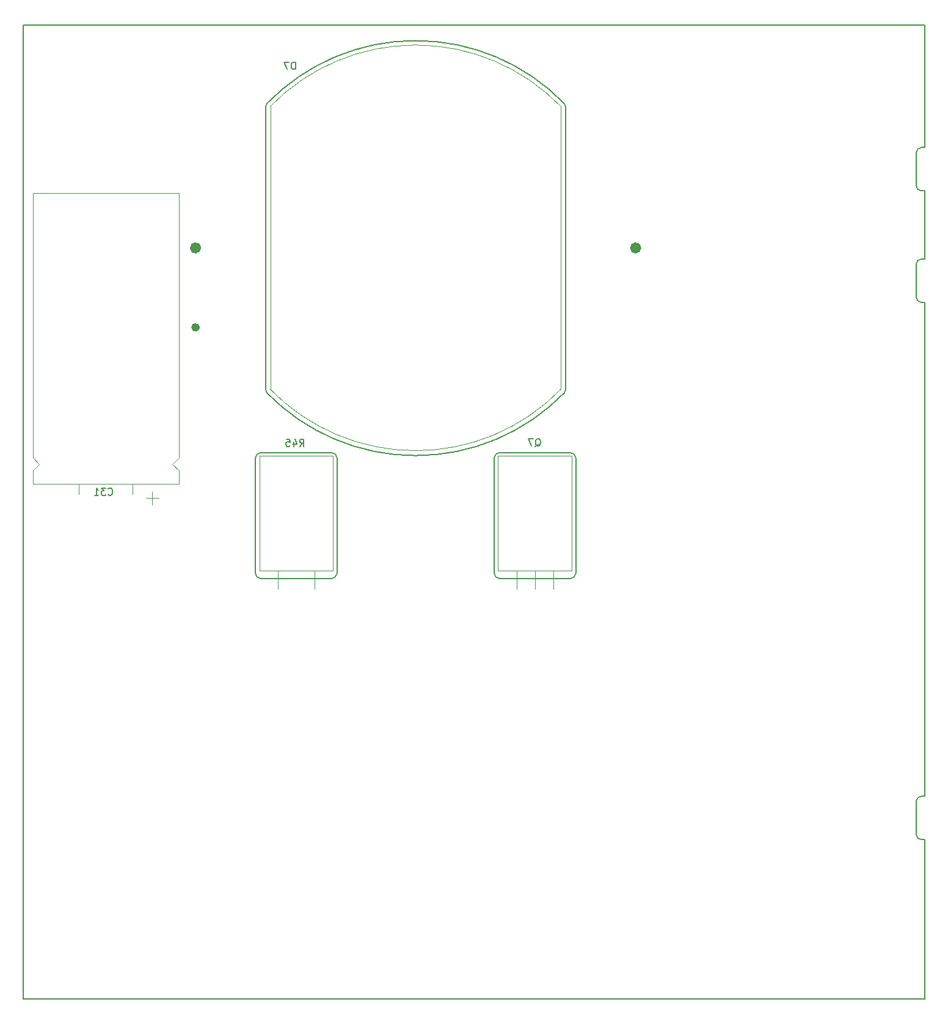
<source format=gbr>
%TF.GenerationSoftware,KiCad,Pcbnew,5.1.10-88a1d61d58~88~ubuntu20.04.1*%
%TF.CreationDate,2021-06-19T20:11:57-07:00*%
%TF.ProjectId,ultrablinky,756c7472-6162-46c6-996e-6b792e6b6963,B*%
%TF.SameCoordinates,Original*%
%TF.FileFunction,Legend,Bot*%
%TF.FilePolarity,Positive*%
%FSLAX46Y46*%
G04 Gerber Fmt 4.6, Leading zero omitted, Abs format (unit mm)*
G04 Created by KiCad (PCBNEW 5.1.10-88a1d61d58~88~ubuntu20.04.1) date 2021-06-19 20:11:57*
%MOMM*%
%LPD*%
G01*
G04 APERTURE LIST*
%TA.AperFunction,Profile*%
%ADD10C,0.150000*%
%TD*%
%ADD11C,0.120000*%
%ADD12C,0.600000*%
%ADD13C,0.800000*%
%ADD14C,0.150000*%
G04 APERTURE END LIST*
D10*
X178700000Y-142000000D02*
X178700000Y-164100000D01*
X178200000Y-142000000D02*
G75*
G02*
X177500000Y-141300000I0J700000D01*
G01*
X177500000Y-136700000D02*
G75*
G02*
X178200000Y-136000000I700000J0D01*
G01*
X177500000Y-136700000D02*
X177500000Y-141300000D01*
X178200000Y-142000000D02*
X178700000Y-142000000D01*
X178200000Y-136000000D02*
X178700000Y-136000000D01*
X178700000Y-67550000D02*
X178700000Y-136000000D01*
X178700000Y-61550000D02*
X178700000Y-52100000D01*
X177500000Y-62250000D02*
G75*
G02*
X178200000Y-61550000I700000J0D01*
G01*
X178200000Y-61550000D02*
X178700000Y-61550000D01*
X178200000Y-67550000D02*
G75*
G02*
X177500000Y-66850000I0J700000D01*
G01*
X178200000Y-67550000D02*
X178700000Y-67550000D01*
X177500000Y-62250000D02*
X177500000Y-66850000D01*
X178200000Y-52100000D02*
X178700000Y-52100000D01*
X178200000Y-46100000D02*
X178700000Y-46100000D01*
X177500000Y-46800000D02*
X177500000Y-51400000D01*
X178200000Y-52100000D02*
G75*
G02*
X177500000Y-51400000I0J700000D01*
G01*
X177500000Y-46800000D02*
G75*
G02*
X178200000Y-46100000I700000J0D01*
G01*
X87505025Y-80109975D02*
G75*
G02*
X87300000Y-79615000I494975J494975D01*
G01*
X128694975Y-39985025D02*
G75*
G02*
X128900000Y-40480000I-494975J-494975D01*
G01*
X87510025Y-39982025D02*
G75*
G03*
X87305000Y-40477000I494975J-494975D01*
G01*
X128694975Y-80104975D02*
G75*
G03*
X128900000Y-79610000I-494975J494975D01*
G01*
X130300000Y-105100000D02*
G75*
G02*
X129600000Y-105800000I-700000J0D01*
G01*
X119700000Y-105800000D02*
G75*
G02*
X119000000Y-105100000I0J700000D01*
G01*
X129600000Y-88400000D02*
G75*
G02*
X130300000Y-89100000I0J-700000D01*
G01*
X119000000Y-89100000D02*
G75*
G02*
X119700000Y-88400000I700000J0D01*
G01*
X85900000Y-89100000D02*
G75*
G02*
X86600000Y-88400000I700000J0D01*
G01*
X96500000Y-88400000D02*
G75*
G02*
X97200000Y-89100000I0J-700000D01*
G01*
X97200000Y-105100000D02*
G75*
G02*
X96500000Y-105800000I-700000J0D01*
G01*
X86600000Y-105800000D02*
G75*
G02*
X85900000Y-105100000I0J700000D01*
G01*
X119000000Y-105100000D02*
X119000000Y-89100000D01*
X129600000Y-105800000D02*
X119700000Y-105800000D01*
X129600000Y-88400000D02*
X119700000Y-88400000D01*
X130300000Y-105100000D02*
X130300000Y-89100000D01*
X96500000Y-105800000D02*
X86600000Y-105800000D01*
X97200000Y-105100000D02*
X97200000Y-89100000D01*
X96500000Y-88400000D02*
X86600000Y-88400000D01*
X85900000Y-105100000D02*
X85900000Y-89100000D01*
X128697474Y-80107415D02*
G75*
G02*
X87505025Y-80109975I-20597474J20107415D01*
G01*
X87300000Y-79615000D02*
X87305000Y-40477000D01*
X128900000Y-79610000D02*
X128900000Y-40480000D01*
X87508953Y-39980983D02*
G75*
G02*
X128694975Y-39985025I20591047J-20019017D01*
G01*
X53700000Y-29100000D02*
X178700000Y-29100000D01*
X53700000Y-164100000D02*
X178700000Y-164100000D01*
X178700000Y-46100000D02*
X178700000Y-29100000D01*
X53700000Y-164100000D02*
X53700000Y-29100000D01*
D11*
%TO.C,C31*%
X71600000Y-95570000D02*
X71600000Y-93770000D01*
X72500000Y-94670000D02*
X70700000Y-94670000D01*
X75270000Y-92670000D02*
X55030000Y-92670000D01*
X75270000Y-52430000D02*
X55030000Y-52430000D01*
X75270000Y-92670000D02*
X75270000Y-90870000D01*
X75270000Y-90870000D02*
X74370000Y-89970000D01*
X74370000Y-89970000D02*
X75270000Y-89070000D01*
X75270000Y-89070000D02*
X75270000Y-52430000D01*
X55030000Y-92670000D02*
X55030000Y-90870000D01*
X55030000Y-90870000D02*
X55930000Y-89970000D01*
X55930000Y-89970000D02*
X55030000Y-89070000D01*
X55030000Y-89070000D02*
X55030000Y-52430000D01*
X61400000Y-94110000D02*
X61400000Y-92670000D01*
X68900000Y-94110000D02*
X68900000Y-92670000D01*
%TO.C,R45*%
X96680000Y-104710000D02*
X86440000Y-104710000D01*
X96680000Y-88820000D02*
X86440000Y-88820000D01*
X96680000Y-88820000D02*
X96680000Y-104710000D01*
X86440000Y-88820000D02*
X86440000Y-104710000D01*
X94100000Y-104710000D02*
X94100000Y-107250000D01*
X89020000Y-104710000D02*
X89020000Y-107235000D01*
%TO.C,Q7*%
X122120000Y-104710000D02*
X122120000Y-107250000D01*
X124660000Y-104710000D02*
X124660000Y-107250000D01*
X127200000Y-104710000D02*
X127200000Y-107250000D01*
X119540000Y-88820000D02*
X119540000Y-104710000D01*
X129780000Y-88820000D02*
X129780000Y-104710000D01*
X129780000Y-88820000D02*
X119540000Y-88820000D01*
X129780000Y-104710000D02*
X119540000Y-104710000D01*
D12*
%TO.C,D7*%
X77900000Y-71000000D02*
G75*
G03*
X77900000Y-71000000I-300000J0D01*
G01*
D13*
X78000000Y-60000000D02*
G75*
G03*
X78000000Y-60000000I-400000J0D01*
G01*
X139000000Y-60000000D02*
G75*
G03*
X139000000Y-60000000I-400000J0D01*
G01*
D11*
X87980000Y-40380000D02*
X87980000Y-79620000D01*
X128220000Y-79620000D02*
X128220000Y-40380000D01*
X87994281Y-79634635D02*
G75*
G03*
X128220000Y-79620000I20105719J19634635D01*
G01*
X128205719Y-40365365D02*
G75*
G03*
X87980000Y-40380000I-20105719J-19634635D01*
G01*
%TD*%
%TO.C,C31*%
D14*
X65492857Y-94182142D02*
X65540476Y-94229761D01*
X65683333Y-94277380D01*
X65778571Y-94277380D01*
X65921428Y-94229761D01*
X66016666Y-94134523D01*
X66064285Y-94039285D01*
X66111904Y-93848809D01*
X66111904Y-93705952D01*
X66064285Y-93515476D01*
X66016666Y-93420238D01*
X65921428Y-93325000D01*
X65778571Y-93277380D01*
X65683333Y-93277380D01*
X65540476Y-93325000D01*
X65492857Y-93372619D01*
X65159523Y-93277380D02*
X64540476Y-93277380D01*
X64873809Y-93658333D01*
X64730952Y-93658333D01*
X64635714Y-93705952D01*
X64588095Y-93753571D01*
X64540476Y-93848809D01*
X64540476Y-94086904D01*
X64588095Y-94182142D01*
X64635714Y-94229761D01*
X64730952Y-94277380D01*
X65016666Y-94277380D01*
X65111904Y-94229761D01*
X65159523Y-94182142D01*
X63588095Y-94277380D02*
X64159523Y-94277380D01*
X63873809Y-94277380D02*
X63873809Y-93277380D01*
X63969047Y-93420238D01*
X64064285Y-93515476D01*
X64159523Y-93563095D01*
%TO.C,R45*%
X92042857Y-87502380D02*
X92376190Y-87026190D01*
X92614285Y-87502380D02*
X92614285Y-86502380D01*
X92233333Y-86502380D01*
X92138095Y-86550000D01*
X92090476Y-86597619D01*
X92042857Y-86692857D01*
X92042857Y-86835714D01*
X92090476Y-86930952D01*
X92138095Y-86978571D01*
X92233333Y-87026190D01*
X92614285Y-87026190D01*
X91185714Y-86835714D02*
X91185714Y-87502380D01*
X91423809Y-86454761D02*
X91661904Y-87169047D01*
X91042857Y-87169047D01*
X90185714Y-86502380D02*
X90661904Y-86502380D01*
X90709523Y-86978571D01*
X90661904Y-86930952D01*
X90566666Y-86883333D01*
X90328571Y-86883333D01*
X90233333Y-86930952D01*
X90185714Y-86978571D01*
X90138095Y-87073809D01*
X90138095Y-87311904D01*
X90185714Y-87407142D01*
X90233333Y-87454761D01*
X90328571Y-87502380D01*
X90566666Y-87502380D01*
X90661904Y-87454761D01*
X90709523Y-87407142D01*
%TO.C,Q7*%
X124695238Y-87547619D02*
X124790476Y-87500000D01*
X124885714Y-87404761D01*
X125028571Y-87261904D01*
X125123809Y-87214285D01*
X125219047Y-87214285D01*
X125171428Y-87452380D02*
X125266666Y-87404761D01*
X125361904Y-87309523D01*
X125409523Y-87119047D01*
X125409523Y-86785714D01*
X125361904Y-86595238D01*
X125266666Y-86500000D01*
X125171428Y-86452380D01*
X124980952Y-86452380D01*
X124885714Y-86500000D01*
X124790476Y-86595238D01*
X124742857Y-86785714D01*
X124742857Y-87119047D01*
X124790476Y-87309523D01*
X124885714Y-87404761D01*
X124980952Y-87452380D01*
X125171428Y-87452380D01*
X124409523Y-86452380D02*
X123742857Y-86452380D01*
X124171428Y-87452380D01*
%TO.C,D7*%
X91438095Y-35252380D02*
X91438095Y-34252380D01*
X91200000Y-34252380D01*
X91057142Y-34300000D01*
X90961904Y-34395238D01*
X90914285Y-34490476D01*
X90866666Y-34680952D01*
X90866666Y-34823809D01*
X90914285Y-35014285D01*
X90961904Y-35109523D01*
X91057142Y-35204761D01*
X91200000Y-35252380D01*
X91438095Y-35252380D01*
X90533333Y-34252380D02*
X89866666Y-34252380D01*
X90295238Y-35252380D01*
%TD*%
M02*

</source>
